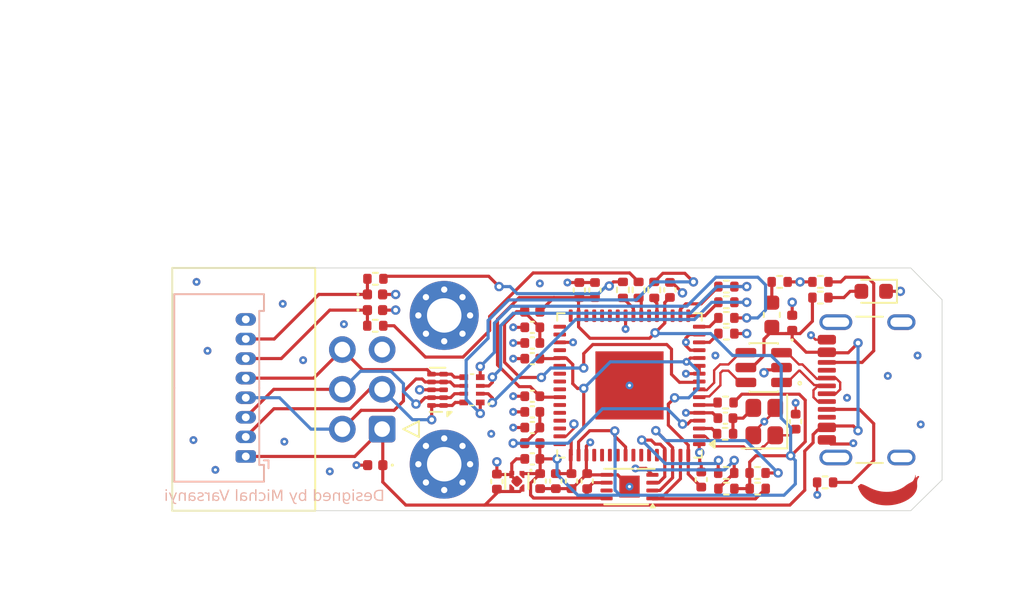
<source format=kicad_pcb>
(kicad_pcb (version 20241229) (generator "pcbnew") (generator_version "9.0")
  (title_block (title "VoxLink Programmer Board") (date "2025-12-23") (rev "1.0") (company "Czech Technical University in Prague"))
  (layers (0 "F.Cu" signal) (4 "In1.Cu" signal) (6 "In2.Cu" signal) (2 "B.Cu" signal) (13 "F.Paste" user) (15 "B.Paste" user) (5 "F.SilkS" user "F.Silkscreen") (7 "B.SilkS" user "B.Silkscreen") (1 "F.Mask" user) (3 "B.Mask" user) (25 "Edge.Cuts" user))
  (net 0 "")
  (net 1 "VBUS")
  (net 2 "GND")
  (net 3 "+3V3")
  (net 4 "+3V3_VPHY")
  (net 5 "+3V3_VPLL")
  (net 6 "/FTDI/OSC_IN")
  (net 7 "Net-(C206-Pad1)")
  (net 8 "+1V8")
  (net 9 "/Programming/FLASH_~{CS}_NOESD")
  (net 10 "/Programming/FLASH_MISO_NOESD")
  (net 11 "/Programming/FLASH_SCK_NOESD")
  (net 12 "/Programming/FLASH_MOSI_NOESD")
  (net 13 "/Programming/CD")
  (net 14 "/Programming/~{CR}")
  (net 16 "Net-(J103-CC2)")
  (net 17 "/Programming/USB_D-")
  (net 19 "/Programming/USB_D+")
  (net 24 "Net-(J103-CC1)")
  (net 25 "FLASH_SCK")
  (net 26 "FLASH_~{CS}")
  (net 27 "FLASH_MOSI")
  (net 28 "FLASH_MISO")
  (net 29 "CDONE")
  (net 30 "~{CRESET}")
  (net 31 "/FTDI/OSC_OUT")
  (net 32 "/FTDI/EEDATA")
  (net 33 "Net-(U202-DO)")
  (net 34 "/FTDI/EECS")
  (net 35 "/FTDI/EECLK")
  (net 36 "Net-(U201-~{RESET})")
  (net 37 "Net-(U201-REF)")
  (net 38 "Net-(U201-ADBUS0)")
  (net 39 "Net-(U201-ADBUS1)")
  (net 40 "Net-(U201-ADBUS2)")
  (net 41 "Net-(U201-ADBUS4)")
  (net 42 "Net-(U201-ADBUS6)")
  (net 43 "Net-(U201-ADBUS7)")
  (net 73 "FTDI_USB_D+")
  (net 74 "FTDI_USB_D-")
  (net 75 "Net-(C101-Pad2)")
  (net 76 "Net-(D105-A)")
  (footprint "Capacitor_SMD:C_0402_1005Metric" (layer "F.Cu") (at 152.62 99.9 180)
    (property "Reference" "C203" (hide yes))
    (property "Value" "4u7")
  )
  (footprint "Resistor_SMD:R_0402_1005Metric" (layer "F.Cu") (at 164.99 109.2 180)
    (property "Reference" "R202" (hide yes))
    (property "Value" "2k2")
  )
  (footprint "Resistor_SMD:R_0402_1005Metric" (layer "F.Cu") (at 164.92 106.7)
    (property "Reference" "R201" (hide yes))
    (property "Value" "22R")
  )
  (footprint "Capacitor_SMD:C_0402_1005Metric" (layer "F.Cu") (at 152.62 104.3 180)
    (property "Reference" "C208" (hide yes))
    (property "Value" "100n")
  )
  (footprint "Resistor_SMD:R_0402_1005Metric" (layer "F.Cu") (at 167 110.2 180)
    (property "Reference" "R203" (hide yes))
    (property "Value" "10k")
  )
  (footprint "Package_DFN_QFN:QFN-64-1EP_9x9mm_P0.5mm_EP4.35x4.35mm" (layer "F.Cu") (at 158.82 103.61 180)
    (property "Reference" "U201" (hide yes))
    (property "Value" "FT2232HQ")
  )
  (footprint "Resistor_SMD:R_0402_1005Metric" (layer "F.Cu") (at 159.4 97.51 90)
    (property "Reference" "R212" (hide yes))
    (property "Value" "R")
  )
  (footprint "Resistor_SMD:R_0402_1005Metric" (layer "F.Cu") (at 158.4 97.51 90)
    (property "Reference" "R213" (hide yes))
    (property "Value" "R")
  )
  (footprint "Diode_SMD:D_0402_1005Metric" (layer "F.Cu") (at 169.2 99.615 90)
    (property "Reference" "D104" (hide yes))
    (property "Value" "TVS")
  )
  (footprint "Crystal:Crystal_SMD_2520-4Pin_2.5x2.0mm" (layer "F.Cu") (at 167.42 105.92 90)
    (property "Reference" "Y201" (hide yes))
    (property "Value" "16MHz")
  )
  (footprint "Diode_SMD:D_0402_1005Metric" (layer "F.Cu") (at 142.6 108.7 180)
    (property "Reference" "D101" (hide yes))
    (property "Value" "TVS")
  )
  (footprint "Resistor_SMD:R_0402_1005Metric" (layer "F.Cu") (at 166.99 109.2 180)
    (property "Reference" "R204" (hide yes))
    (property "Value" "10k")
  )
  (footprint "Custom_VoxLink_Footprints:USON-10_2.5x1.0mm_P0.5mm__Reduced_Paste" (layer "F.Cu") (at 146.585 103.89 180)
    (property "Reference" "U1" (hide yes))
    (property "Value" "TPD4E02B04")
  )
  (footprint "Capacitor_SMD:C_0402_1005Metric" (layer "F.Cu") (at 152.62 101.9 180)
    (property "Reference" "C215" (hide yes))
    (property "Value" "100n")
  )
  (footprint "Capacitor_SMD:C_0402_1005Metric" (layer "F.Cu") (at 155.12 109.72 -90)
    (property "Reference" "C213" (hide yes))
    (property "Value" "100n")
  )
  (footprint "LOGO" (layer "F.Cu") (at 175.506653 109.843092 -35)
    (property "Reference" "G***" (hide yes))
    (property "Value" "LOGO" (hide yes))
  )
  (footprint "Resistor_SMD:R_0402_1005Metric" (layer "F.Cu") (at 142.61 96.8)
    (property "Reference" "R103" (hide yes))
    (property "Value" "22R")
  )
  (footprint "Capacitor_SMD:C_0402_1005Metric" (layer "F.Cu") (at 152.62 105.3 180)
    (property "Reference" "C202" (hide yes))
    (property "Value" "100n")
  )
  (footprint "Resistor_SMD:R_0402_1005Metric" (layer "F.Cu") (at 171 97)
    (property "Reference" "R105" (hide yes))
    (property "Value" "5k1")
  )
  (footprint "Resistor_SMD:R_0402_1005Metric" (layer "F.Cu") (at 171.3 109.8)
    (property "Reference" "R104" (hide yes))
    (property "Value" "5k1")
  )
  (footprint "Package_SON:Texas_X2SON-4_1x1mm_P0.65mm" (layer "F.Cu") (at 151.635 109.73 -90)
    (property "Reference" "U102" (hide yes))
    (property "Value" "TPS7A20L_3V3")
  )
  (footprint "Capacitor_SMD:C_0402_1005Metric" (layer "F.Cu") (at 150.36 109.75 90)
    (property "Reference" "C102" (hide yes))
    (property "Value" "100n")
  )
  (footprint "Package_DFN_QFN:TDFN-8-1EP_3x2mm_P0.5mm_EP1.3x1.4mm" (layer "F.Cu") (at 158.82 110.07 180)
    (property "Reference" "U202" (hide yes))
    (property "Value" "93LC56B")
  )
  (footprint "Custom_VoxLink_Footprints:EXBN8V101JX" (layer "F.Cu") (at 148.775 103.89 90)
    (property "Reference" "R101" (hide yes))
    (property "Value" "4x22R" (hide yes))
  )
  (footprint "Capacitor_SMD:C_0402_1005Metric" (layer "F.Cu") (at 153.12 109.72 -90)
    (property "Reference" "C211" (hide yes))
    (property "Value" "100n")
  )
  (footprint "Capacitor_SMD:C_0402_1005Metric" (layer "F.Cu") (at 169.42 105.92 90)
    (property "Reference" "C205" (hide yes))
    (property "Value" "10p")
  )
  (footprint "Capacitor_SMD:C_0402_1005Metric" (layer "F.Cu") (at 154.12 109.72 -90)
    (property "Reference" "C12" (hide yes))
    (property "Value" "4u7")
  )
  (footprint "Capacitor_SMD:C_0402_1005Metric" (layer "F.Cu") (at 152.62 108.3 180)
    (property "Reference" "C103" (hide yes))
    (property "Value" "1u")
  )
  (footprint "Resistor_SMD:R_0402_1005Metric" (layer "F.Cu") (at 165 99.3)
    (property "Reference" "R208" (hide yes))
    (property "Value" "0R")
  )
  (footprint "Capacitor_SMD:C_0402_1005Metric" (layer "F.Cu") (at 152.62 100.9 180)
    (property "Reference" "C204" (hide yes))
    (property "Value" "100n")
  )
  (footprint "LED_SMD:LED_0603_1608Metric" (layer "F.Cu") (at 174.4 97.6 180)
    (property "Reference" "D105" (hide yes))
    (property "Value" "LED")
  )
  (footprint "Resistor_SMD:R_0402_1005Metric" (layer "F.Cu") (at 168.4 97 180)
    (property "Reference" "R106" (hide yes))
    (property "Value" "1R")
  )
  (footprint "MountingHole:MountingHole_2.2mm_M2_Pad_Via" (layer "F.Cu") (at 147 99.14)
    (property "Reference" "H101" (hide yes))
    (property "Value" "M2")
  )
  (footprint "Capacitor_SMD:C_0402_1005Metric" (layer "F.Cu") (at 156.62 97.52 90)
    (property "Reference" "C207" (hide yes))
    (property "Value" "4u7")
  )
  (footprint "Package_TO_SOT_SMD:SOT-23-6" (layer "F.Cu") (at 167.3825 102.47 180)
    (property "Reference" "U103" (hide yes))
    (property "Value" "USBLC6-2SC6")
  )
  (footprint "Connector_IDC:IDC-Header_2x03_P2.54mm_Horizontal" (layer "F.Cu") (at 143.04 106.4 180)
    (property "Reference" "J101" (hide yes))
    (property "Value" "IDC Connector")
  )
  (footprint "Capacitor_SMD:C_0402_1005Metric" (layer "F.Cu") (at 156.12 109.72 90)
    (property "Reference" "C216" (hide yes))
    (property "Value" "100n")
  )
  (footprint "Resistor_SMD:R_0402_1005Metric" (layer "F.Cu") (at 164.95 104.7 180)
    (property "Reference" "R207" (hide yes))
    (property "Value" "1k")
  )
  (footprint "Capacitor_SMD:C_0603_1608Metric" (layer "F.Cu") (at 167.9 99.1 90)
    (property "Reference" "C101" (hide yes))
    (property "Value" "2u2")
  )
  (footprint "Resistor_SMD:R_0402_1005Metric" (layer "F.Cu") (at 165 97.3)
    (property "Reference" "R210" (hide yes))
    (property "Value" "R")
  )
  (footprint "Inductor_SMD:L_0402_1005Metric" (layer "F.Cu") (at 152.62 98.9)
    (property "Reference" "FB202" (hide yes))
    (property "Value" "600R")
  )
  (footprint "Capacitor_SMD:C_0402_1005Metric" (layer "F.Cu") (at 163.4 109.62 90)
    (property "Reference" "C214" (hide yes))
    (property "Value" "100n")
  )
  (footprint "Capacitor_SMD:C_0402_1005Metric" (layer "F.Cu") (at 161.4 97.51 90)
    (property "Reference" "C210" (hide yes))
    (property "Value" "100n")
  )
  (footprint "Resistor_SMD:R_0402_1005Metric" (layer "F.Cu") (at 142.6 99.8)
    (property "Reference" "R102" (hide yes))
    (property "Value" "22R")
  )
  (footprint "Resistor_SMD:R_0402_1005Metric" (layer "F.Cu") (at 165 110.2)
    (property "Reference" "R205" (hide yes))
    (property "Value" "10k")
  )
  (footprint "Inductor_SMD:L_0402_1005Metric" (layer "F.Cu") (at 152.62 107.3)
    (property "Reference" "FB201" (hide yes))
    (property "Value" "600R")
  )
  (footprint "Capacitor_SMD:C_0402_1005Metric" (layer "F.Cu") (at 164.94 105.7 180)
    (property "Reference" "C206" (hide yes))
    (property "Value" "10p")
  )
  (footprint "Resistor_SMD:R_0402_1005Metric" (layer "F.Cu") (at 165 100.3 180)
    (property "Reference" "R206" (hide yes))
    (property "Value" "12k")
  )
  (footprint "MountingHole:MountingHole_2.2mm_M2_Pad_Via" (layer "F.Cu") (at 147 108.64)
    (property "Reference" "H102" (hide yes))
    (property "Value" "M2")
  )
  (footprint "Diode_SMD:D_0402_1005Metric" (layer "F.Cu") (at 142.585 98.8)
    (property "Reference" "D103" (hide yes))
    (property "Value" "TVS")
  )
  (footprint "Connector_USB:USB_C_Receptacle_GCT_USB4105-xx-A_16P_TopMnt_Horizontal" (layer "F.Cu") (at 175.09 103.89 90)
    (property "Reference" "J103" (hide yes))
    (property "Value" "USB_C_USB2.0")
  )
  (footprint "Resistor_SMD:R_0402_1005Metric" (layer "F.Cu") (at 165 98.3)
    (property "Reference" "R209" (hide yes))
    (property "Value" "R")
  )
  (footprint "Capacitor_SMD:C_0402_1005Metric" (layer "F.Cu") (at 152.62 106.3 180)
    (property "Reference" "C201" (hide yes))
    (property "Value" "4u7")
  )
  (footprint "Capacitor_SMD:C_0402_1005Metric" (layer "F.Cu") (at 155.62 97.52 90)
    (property "Reference" "C209" (hide yes))
    (property "Value" "100n")
  )
  (footprint "Resistor_SMD:R_0402_1005Metric" (layer "F.Cu") (at 171 98 180)
    (property "Reference" "R107" (hide yes))
    (property "Value" "1k")
  )
  (footprint "Diode_SMD:D_0402_1005Metric" (layer "F.Cu") (at 142.585 97.8)
    (property "Reference" "D102" (hide yes))
    (property "Value" "TVS")
  )
  (footprint "Resistor_SMD:R_0402_1005Metric" (layer "F.Cu") (at 160.4 97.51 90)
    (property "Reference" "R211" (hide yes))
    (property "Value" "R")
  )
  (footprint "Connector_Molex:Molex_PicoBlade_53048-0810_1x08_P1.25mm_Horizontal" (layer "B.Cu") (at 134.34 108.145 90)
    (property "Reference" "J102" (hide yes))
    (property "Value" "PicoBlade")
  )
  (gr_line (start 129.65 96.11) (end 176.765 96.11) (stroke (width 0.05)) (layer "Edge.Cuts"))
  (gr_line (start 129.65 111.61) (end 129.65 96.11) (stroke (width 0.05)) (layer "Edge.Cuts"))
  (gr_line (start 129.65 111.61) (end 176.765 111.61) (stroke (width 0.05)) (layer "Edge.Cuts"))
  (gr_line (start 178.765 98.14) (end 178.765 109.64) (stroke (width 0.05)) (layer "Edge.Cuts"))
  (gr_line (start 178.765 98.14) (end 176.765 96.11) (stroke (width 0.05)) (layer "Edge.Cuts"))
  (gr_line (start 178.765 109.64) (end 176.765 111.61) (stroke (width 0.05)) (layer "Edge.Cuts"))
  (gr_text "Designed by Michal Varsanyi" (at 143.2 111.1 0) (layer "B.SilkS") (effects (font (size 0.7 0.7) (thickness 0.0875)) (justify left bottom mirror)))
  (segment (start 167.4 101.7) (end 166.63 102.47) (width 0.2) (layer "F.Cu") (net 1))
  (segment (start 171.41 101.49) (end 171.446 101.526) (width 0.2) (layer "F.Cu") (net 1))
  (segment (start 170.811 106.489) (end 170.794032 106.489) (width 0.2) (layer "F.Cu") (net 1))
  (segment (start 168.8 100.3) (end 169.7 100.3) (width 0.2) (layer "F.Cu") (net 1))
  (segment (start 143.08 106.44) (end 143.04 106.4) (width 0.2) (layer "F.Cu") (net 1))
  (segment (start 167.75 100.3) (end 167.4 100.65) (width 0.2) (layer "F.Cu") (net 1))
  (segment (start 149.595 111.25) (end 150.36 110.485) (width 0.2) (layer "F.Cu") (net 1))
  (segment (start 151.816901 110.383901) (end 152.000401 110.200401) (width 0.2) (layer "F.Cu") (net 1))
  (segment (start 169.2 100.6) (end 169.2 100.1) (width 0.2) (layer "F.Cu") (net 1))
  (segment (start 171.41 101.49) (end 170.09 101.49) (width 0.2) (layer "F.Cu") (net 1))
  (segment (start 172.774 101.526) (end 173.4 100.9) (width 0.2) (layer "F.Cu") (net 1))
  (segment (start 170.49 99.51) (end 170.49 98) (width 0.2) (layer "F.Cu") (net 1))
  (segment (start 171.446 101.526) (end 172.774 101.526) (width 0.2) (layer "F.Cu") (net 1))
  (segment (start 141.295 108.145) (end 143.04 106.4) (width 0.2) (layer "F.Cu") (net 1))
  (segment (start 150.36 110.23) (end 150.513901 110.383901) (width 0.2) (layer "F.Cu") (net 1))
  (segment (start 171.5 106.2) (end 171.41 106.29) (width 0.2) (layer "F.Cu") (net 1))
  (segment (start 169.05 111.25) (end 144.55 111.25) (width 0.2) (layer "F.Cu") (net 1))
  (segment (start 171.41 106.29) (end 171.01 106.29) (width 0.2) (layer "F.Cu") (net 1))
  (segment (start 170.794032 106.489) (end 170.534 106.749032) (width 0.2) (layer "F.Cu") (net 1))
  (segment (start 170 107.8) (end 170 110.3) (width 0.2) (layer "F.Cu") (net 1))
  (segment (start 173.1 106.2) (end 171.5 106.2) (width 0.2) (layer "F.Cu") (net 1))
  (segment (start 169.7 100.3) (end 170.49 99.51) (width 0.2) (layer "F.Cu") (net 1))
  (segment (start 143.08 109.78) (end 143.08 106.44) (width 0.2) (layer "F.Cu") (net 1))
  (segment (start 170.09 101.49) (end 169.2 100.6) (width 0.2) (layer "F.Cu") (net 1))
  (segment (start 166.63 102.47) (end 166.245 102.47) (width 0.2) (layer "F.Cu") (net 1))
  (segment (start 149.5 111.25) (end 149.595 111.25) (width 0.2) (layer "F.Cu") (net 1))
  (segment (start 144.55 111.25) (end 143.08 109.78) (width 0.2) (layer "F.Cu") (net 1))
  (segment (start 134.34 108.145) (end 141.295 108.145) (width 0.2) (layer "F.Cu") (net 1))
  (segment (start 171.01 106.29) (end 170.811 106.489) (width 0.2) (layer "F.Cu") (net 1))
  (segment (start 150.513901 110.383901) (end 151.816901 110.383901) (width 0.2) (layer "F.Cu") (net 1))
  (segment (start 150.36 110.485) (end 150.36 110.23) (width 0.2) (layer "F.Cu") (net 1))
  (segment (start 167.4 100.65) (end 167.4 101.7) (width 0.2) (layer "F.Cu") (net 1))
  (segment (start 173.4 106.5) (end 173.1 106.2) (width 0.2) (layer "F.Cu") (net 1))
  (segment (start 170 110.3) (end 169.05 111.25) (width 0.2) (layer "F.Cu") (net 1))
  (segment (start 170.534 107.266) (end 170 107.8) (width 0.2) (layer "F.Cu") (net 1))
  (segment (start 170.534 106.749032) (end 170.534 107.266) (width 0.2) (layer "F.Cu") (net 1))
  (segment (start 168.8 100.3) (end 167.75 100.3) (width 0.2) (layer "F.Cu") (net 1))
  (via (at 173.4 100.9) (size 0.6) (drill 0.3) (layers "F.Cu" "B.Cu") (net 1))
  (via (at 173.4 106.5) (size 0.6) (drill 0.3) (layers "F.Cu" "B.Cu") (net 1))
  (segment (start 173.4 106.5) (end 173.4 100.9) (width 0.2) (layer "B.Cu") (net 1))
  (segment (start 152.14 99.9) (end 151.4 99.9) (width 0.2) (layer "F.Cu") (net 2))
  (segment (start 151.31 108.59) (end 151.31 109.3) (width 0.2) (layer "F.Cu") (net 2))
  (segment (start 152.14 105.3) (end 151.4 105.3) (width 0.2) (layer "F.Cu") (net 2))
  (segment (start 162.4 101.057846) (end 162.702154 101.36) (width 0.2) (layer "F.Cu") (net 2))
  (segment (start 169.2 99.13) (end 169.2 98.3) (width 0.2) (layer "F.Cu") (net 2))
  (segment (start 156.2 109.32) (end 156.12 109.24) (width 0.2) (layer "F.Cu") (net 2))
  (segment (start 163.27 107.37) (end 163.27 107.36) (width 0.2) (layer "F.Cu") (net 2))
  (segment (start 171.41 100.69) (end 170.69 100.69) (width 0.15) (layer "F.Cu") (net 2))
  (segment (start 152.14 104.3) (end 151.4 104.3) (width 0.2) (layer "F.Cu") (net 2))
  (segment (start 155.275735 106.354264) (end 154.769999 106.86) (width 0.15) (layer "F.Cu") (net 2))
  (segment (start 170.79 110.59) (end 170.8 110.6) (width 0.15) (layer "F.Cu") (net 2))
  (segment (start 173.1 107.3) (end 173.05 107.35) (width 0.2) (layer "F.Cu") (net 2))
  (segment (start 163.27 107.87) (end 163.3 107.9) (width 0.2) (layer "F.Cu") (net 2))
  (segment (start 173.05 107.35) (end 171.67 107.35) (width 0.2) (layer "F.Cu") (net 2))
  (segment (start 155.16 110.2) (end 156.12 109.24) (width 0.2) (layer "F.Cu") (net 2))
  (segment (start 162.64 100.36) (end 162.42 100.58) (width 0.2) (layer "F.Cu") (net 2))
  (segment (start 146.2 103.89) (end 145.43 103.89) (width 0.2) (layer "F.Cu") (net 2))
  (segment (start 163.27 100.36) (end 162.64 100.36) (width 0.2) (layer "F.Cu") (net 2))
  (segment (start 155.62 97.04) (end 154.86 97.04) (width 0.2) (layer "F.Cu") (net 2))
  (segment (start 156.07 108.06) (end 156.07 107.49303) (width 0.2) (layer "F.Cu") (net 2))
  (segment (start 165.51 100.3) (end 166.3 100.3) (width 0.2) (layer "F.Cu") (net 2))
  (segment (start 156.12 109.24) (end 156.12 109.22) (width 0.2) (layer "F.Cu") (net 2))
  (segment (start 155.12 110.2) (end 155.16 110.2) (width 0.2) (layer "F.Cu") (net 2))
  (segment (start 157.3575 109.32) (end 156.2 109.32) (width 0.2) (layer "F.Cu") (net 2))
  (segment (start 167.42 105.92) (end 166.82 106.52) (width 0.15) (layer "F.Cu") (net 2))
  (segment (start 154.769999 106.86) (end 154.37 106.86) (width 0.15) (layer "F.Cu") (net 2))
  (segment (start 163.27 105.36) (end 162.42 105.36) (width 0.2) (layer "F.Cu") (net 2))
  (segment (start 163.27 102.36) (end 163.27 102.86) (width 0.2) (layer "F.Cu") (net 2))
  (segment (start 170.79 109.8) (end 170.79 110.59) (width 0.15) (layer "F.Cu") (net 2))
  (segment (start 143.07 98.8) (end 143.9 98.8) (width 0.2) (layer "F.Cu") (net 2))
  (segment (start 163.3 107.9) (end 163.3 108.5) (width 0.2) (layer "F.Cu") (net 2))
  (segment (start 150.36 109.27) (end 150.36 108.49) (width 0.2) (layer "F.Cu") (net 2))
  (segment (start 168.12 105.045) (end 168.12 105.22) (width 0.15) (layer "F.Cu") (net 2))
  (segment (start 142.115 108.7) (end 141.4 108.7) (width 0.2) (layer "F.Cu") (net 2))
  (segment (start 162.42 100.58) (end 162.42 100.850178) (width 0.2) (layer "F.Cu") (net 2))
  (segment (start 162.42 100.850178) (end 162.4 100.870178) (width 0.2) (layer "F.Cu") (net 2))
  (segment (start 157.3575 109.32) (end 158.07 109.32) (width 0.2) (layer "F.Cu") (net 2))
  (segment (start 164.12 105.36) (end 164.46 105.7) (width 0.2) (layer "F.Cu") (net 2))
  (segment (start 163.27 102.86) (end 162.42 102.86) (width 0.2) (layer "F.Cu") (net 2))
  (segment (start 156.62 97.04) (end 155.62 97.04) (width 0.2) (layer "F.Cu") (net 2))
  (segment (start 161.4 97.03) (end 161.53 97.03) (width 0.2) (layer "F.Cu") (net 2))
  (segment (start 158.07 109.32) (end 158.82 110.07) (width 0.2) (layer "F.Cu") (net 2))
  (segment (start 169.42 105.44) (end 169.42 104.72) (width 0.15) (layer "F.Cu") (net 2))
  (segment (start 168.12 105.22) (end 167.42 105.92) (width 0.15) (layer "F.Cu") (net 2))
  (segment (start 151.31 109.405) (end 151.635 109.73) (width 0.2) (layer "F.Cu") (net 2))
  (segment (start 153.12 110.2) (end 155.12 110.2) (width 0.2) (layer "F.Cu") (net 2))
  (segment (start 152.14 108.3) (end 151.6 108.3) (width 0.2) (layer "F.Cu") (net 2))
  (segment (start 163.3 108.5) (end 163.4 108.6) (width 0.2) (layer "F.Cu") (net 2))
  (segment (start 163.27 105.36) (end 164.12 105.36) (width 0.2) (layer "F.Cu") (net 2))
  (segment (start 162.4 100.870178) (end 162.4 101.057846) (width 0.2) (layer "F.Cu") (net 2))
  (segment (start 175.1875 97.6) (end 176.1 97.6) (width 0.2) (layer "F.Cu") (net 2))
  (segment (start 158.57 99.16) (end 158.57 100.01) (width 0.2) (layer "F.Cu") (net 2))
  (segment (start 171.67 107.35) (end 171.41 107.09) (width 0.2) (layer "F.Cu") (net 2))
  (segment (start 156.07 109.19) (end 156.12 109.24) (width 0.2) (layer "F.Cu") (net 2))
  (segment (start 150.36 109.3) (end 151.31 109.3) (width 0.2) (layer "F.Cu") (net 2))
  (segment (start 154.37 100.86) (end 155.22 100.86) (width 0.2) (layer "F.Cu") (net 2))
  (segment (start 170.69 100.69) (end 170.4 100.4) (width 0.15) (layer "F.Cu") (net 2))
  (segment (start 152.14 100.9) (end 151.4 100.9) (width 0.2) (layer "F.Cu") (net 2))
  (segment (start 168.37326 102.61674) (end 168.52 102.47) (width 0.2) (layer "F.Cu") (net 2))
  (segment (start 151.6 108.3) (end 151.31 108.59) (width 0.2) (layer "F.Cu") (net 2))
  (segment (start 152.14 101.9) (end 151.4 101.9) (width 0.2) (layer "F.Cu") (net 2))
  (segment (start 161.53 97.03) (end 162.2 97.7) (width 0.2) (layer "F.Cu") (net 2))
  (segment (start 152.14 106.3) (end 151.4 106.3) (width 0.2) (layer "F.Cu") (net 2))
  (segment (start 162.702154 101.36) (end 163.27 101.36) (width 0.2) (layer "F.Cu") (net 2))
  (segment (start 156.07 107.49303) (end 156.318029 107.245001) (width 0.2) (layer "F.Cu") (net 2))
  (segment (start 143.07 97.8) (end 143.9 97.8) (width 0.2) (layer "F.Cu") (net 2))
  (segment (start 151.31 109.3) (end 151.31 109.405) (width 0.2) (layer "F.Cu") (net 2))
  (segment (start 146.2 103.89) (end 146.97 103.89) (width 0.2) (layer "F.Cu") (net 2))
  (segment (start 155.275735 106.075735) (end 155.275735 106.354264) (width 0.15) (layer "F.Cu") (net 2))
  (segment (start 156.07 108.06) (end 156.07 109.19) (width 0.2) (layer "F.Cu") (net 2))
  (segment (start 170.49 97) (end 169.7 97) (width 0.2) (layer "F.Cu") (net 2))
  (segment (start 167.58326 102.61674) (end 168.37326 102.61674) (width 0.2) (layer "F.Cu") (net 2))
  (segment (start 168.91 97) (end 169.7 97) (width 0.2) (layer "F.Cu") (net 2))
  (segment (start 163.27 107.36) (end 163.27 107.87) (width 0.2) (layer "F.Cu") (net 2))
  (segment (start 163.4 108.6) (end 163.4 109.14) (width 0.2) (layer "F.Cu") (net 2))
  (segment (start 167.4 102.8) (end 167.58326 102.61674) (width 0.2) (layer "F.Cu") (net 2))
  (via (at 139.7 109.1) (size 0.5) (drill 0.2) (layers "F.Cu" "B.Cu") (net 2))
  (via (at 162.2 97.7) (size 0.6) (drill 0.3) (layers "F.Cu" "B.Cu") (net 2))
  (via (at 169.7 97) (size 0.6) (drill 0.3) (layers "F.Cu" "B.Cu") (net 2))
  (via (at 172.7 104.4) (size 0.5) (drill 0.2) (layers "F.Cu" "B.Cu") (net 2))
  (via (at 143.9 98.8) (size 0.6) (drill 0.3) (layers "F.Cu" "B.Cu") (net 2))
  (via (at 166.3 100.3) (size 0.6) (drill 0.3) (layers "F.Cu" "B.Cu") (net 2))
  (via (at 158.82 103.61) (size 0.5) (drill 0.2) (layers "F.Cu" "B.Cu") (net 2))
  (via (at 150.36 108.49) (size 0.6) (drill 0.3) (layers "F.Cu" "B.Cu") (net 2))
  (via (at 136.7 98.4) (size 0.5) (drill 0.2) (layers "F.Cu" "B.Cu") (net 2))
  (via (at 176.1 97.6) (size 0.6) (drill 0.3) (layers "F.Cu" "B.Cu") (net 2))
  (via (at 169.2 98.3) (size 0.6) (drill 0.3) (layers "F.Cu" "B.Cu") (net 2))
  (via (at 163.3 107.9) (size 0.6) (drill 0.3) (layers "F.Cu" "B.Cu") (net 2))
  (via (at 175.3 103) (size 0.5) (drill 0.2) (layers "F.Cu" "B.Cu") (net 2))
  (via (at 132.4 109) (size 0.5) (drill 0.2) (layers "F.Cu" "B.Cu") (net 2))
  (via (at 140.6 99.7) (size 0.5) (drill 0.2) (layers "F.Cu" "B.Cu") (net 2))
  (via (at 151.4 99.9) (size 0.5) (drill 0.2) (layers "F.Cu" "B.Cu") (net 2))
  (via (at 150 106.7) (size 0.5) (drill 0.2) (layers "F.Cu" "B.Cu") (net 2))
  (via (at 131.9 101.4) (size 0.5) (drill 0.2) (layers "F.Cu" "B.Cu") (net 2))
  (via (at 155.22 100.86) (size 0.5) (drill 0.2) (layers "F.Cu" "B.Cu") (net 2))
  (via (at 169.42 104.72) (size 0.5) (drill 0.2) (layers "F.Cu" "B.Cu") (net 2))
  (via (at 162.42 105.36) (size 0.5) (drill 0.2) (layers "F.Cu" "B.Cu") (net 2))
  (via (at 153.1 97.1) (size 0.5) (drill 0.2) (layers "F.Cu" "B.Cu") (net 2))
  (via (at 177.2 101.7) (size 0.5) (drill 0.2) (layers "F.Cu" "B.Cu") (net 2))
  (via (at 151.4 101.9) (size 0.5) (drill 0.2) (layers "F.Cu" "B.Cu") (net 2))
  (via (at 154.86 97.04) (size 0.5) (drill 0.2) (layers "F.Cu" "B.Cu") (net 2))
  (via (at 162.42 100.850178) (size 0.5) (drill 0.2) (layers "F.Cu" "B.Cu") (net 2))
  (via (at 167.4 102.8) (size 0.6) (drill 0.3) (layers "F.Cu" "B.Cu") (net 2))
  (via (at 170.4 100.4) (size 0.5) (drill 0.2) (layers "F.Cu" "B.Cu") (net 2))
  (via (at 143.9 97.8) (size 0.6) (drill 0.3) (layers "F.Cu" "B.Cu") (net 2))
  (via (at 151.4 100.9) (size 0.5) (drill 0.2) (layers "F.Cu" "B.Cu") (net 2))
  (via (at 138 102) (size 0.5) (drill 0.2) (layers "F.Cu" "B.Cu") (net 2))
  (via (at 131.2 97) (size 0.5) (drill 0.2) (layers "F.Cu" "B.Cu") (net 2))
  (via (at 158.57 100.01) (size 0.5) (drill 0.2) (layers "F.Cu" "B.Cu") (net 2))
  (via (at 164.3 101.7) (size 0.5) (drill 0.2) (layers "F.Cu" "B.Cu") (net 2))
  (via (at 162.42 102.86) (size 0.5) (drill 0.2) (layers "F.Cu" "B.Cu") (net 2))
  (via (at 131 107.1) (size 0.5) (drill 0.2) (layers "F.Cu" "B.Cu") (net 2))
  (via (at 170.8 110.6) (size 0.5) (drill 0.2) (layers "F.Cu" "B.Cu") (net 2))
  (via (at 141.4 108.7) (size 0.5) (drill 0.2) (layers "F.Cu" "B.Cu") (net 2))
  (via (at 151.4 104.3) (size 0.5) (drill 0.2) (layers "F.Cu" "B.Cu") (net 2))
  (via (at 173.1 107.3) (size 0.5) (drill 0.2) (layers "F.Cu" "B.Cu") (net 2))
  (via (at 167.42 105.92) (size 0.5) (drill 0.2) (layers "F.Cu" "B.Cu") (net 2))
  (via (at 136.8 107.2) (size 0.5) (drill 0.2) (layers "F.Cu" "B.Cu") (net 2))
  (via (at 177.4 106.1) (size 0.5) (drill 0.2) (layers "F.Cu" "B.Cu") (net 2))
  (via (at 151.4 105.3) (size 0.5) (drill 0.2) (layers "F.Cu" "B.Cu") (net 2))
  (via (at 156.318029 107.245001) (size 0.5) (drill 0.2) (layers "F.Cu" "B.Cu") (net 2))
  (via (at 145.43 103.89) (size 0.6) (drill 0.3) (layers "F.Cu" "B.Cu") (net 2))
  (via (at 158.82 110.07) (size 0.5) (drill 0.2) (layers "F.Cu" "B.Cu") (net 2))
  (via (at 155.275735 106.075735) (size 0.6) (drill 0.3) (layers "F.Cu" "B.Cu") (net 2))
  (via (at 151.4 106.3) (size 0.5) (drill 0.2) (layers "F.Cu" "B.Cu") (net 2))
  (segment (start 153.12 108.32) (end 153.1 108.3) (width 0.2) (layer "F.Cu") (net 3))
  (segment (start 157.88 106.85) (end 157.88 106.52) (width 0.2) (layer "F.Cu") (net 3))
  (segment (start 158.57 107.54) (end 157.88 106.85) (width 0.2) (layer "F.Cu") (net 3))
  (segment (start 156.12 110.2) (end 156.5 109.82) (width 0.2) (layer "F.Cu") (net 3))
  (segment (start 155.57 108.06) (end 155.57 107.213798) (width 0.2) (layer "F.Cu") (net 3))
  (segment (start 152.02 109.24) (end 152.000401 109.259599) (width 0.2) (layer "F.Cu") (net 3))
  (segment (start 156.12 110.48) (end 155.8 110.8) (width 0.2) (layer "F.Cu") (net 3))
  (segment (start 169.1 108.1) (end 169.1329 108.1) (width 0.2) (layer "F.Cu") (net 3))
  (segment (start 166.49 110.2) (end 166.49 108.5) (width 0.2) (layer "F.Cu") (net 3))
  (segment (start 152.509 110.609) (end 152.7 110.8) (width 0.2) (layer "F.Cu") (net 3))
  (segment (start 170.031 107.2019) (end 170.031 104.551768) (width 0.2) (layer "F.Cu") (net 3))
  (segment (start 161.07 99.16) (end 161.07 98.32) (width 0.2) (layer "F.Cu") (net 3))
  (segment (start 154.37 104.36) (end 153.16 104.36) (width 0.2) (layer "F.Cu") (net 3))
  (segment (start 156.5 109.82) (end 157.3575 109.82) (width 0.2) (layer "F.Cu") (net 3))
  (segment (start 153.16 104.36) (end 153.1 104.3) (width 0.2) (layer "F.Cu") (net 3))
  (segment (start 153.1 107.3) (end 153.1 108.3) (width 0.2) (layer "F.Cu") (net 3))
  (segment (start 153.12 109.24) (end 152.509 109.851) (width 0.2) (layer "F.Cu") (net 3))
  (segment (start 156.62 98) (end 155.62 98) (width 0.2) (layer "F.Cu") (net 3))
  (segment (start 151.789 103.689) (end 150.4 102.3) (width 0.2) (layer "F.Cu") (net 3))
  (segment (start 155.57 98.05) (end 155.62 98) (width 0.2) (layer "F.Cu") (net 3))
  (segment (start 153.12 109.24) (end 153.12 108.32) (width 0.2) (layer "F.Cu") (net 3))
  (segment (start 170.031 104.551768) (end 169.648232 104.169) (width 0.2) (layer "F.Cu") (net 3))
  (segment (start 161.07 99.16) (end 161.07 99.63) (width 0.2) (layer "F.Cu") (net 3))
  (segment (start 156.3 100.6) (end 155.57 99.87) (width 0.2) (layer "F.Cu") (net 3))
  (segment (start 153.1 104.3) (end 152.489 103.689) (width 0.2) (layer "F.Cu") (net 3))
  (segment (start 151.78355 98) (end 154 98) (width 0.2) (layer "F.Cu") (net 3))
  (segment (start 155.57 99.16) (end 155.57 98.05) (width 0.2) (layer "F.Cu") (net 3))
  (segment (start 156.12 110.2) (end 156.12 110.48) (width 0.2) (layer "F.Cu") (net 3))
  (segment (start 153.1 108.3) (end 154.2 108.3) (width 0.2) (layer "F.Cu") (net 3))
  (segment (start 161.07 98.32) (end 161.4 97.99) (width 0.2) (layer "F.Cu") (net 3))
  (segment (start 152.7 110.8) (end 155.8 110.8) (width 0.2) (layer "F.Cu") (net 3))
  (segment (start 166.89 108.1) (end 169.1 108.1) (width 0.2) (layer "F.Cu") (net 3))
  (segment (start 153.12 109.24) (end 152.02 109.24) (width 0.2) (layer "F.Cu") (net 3))
  (segment (start 161.07 99.63) (end 160.45 100.25) (width 0.2) (layer "F.Cu") (net 3))
  (segment (start 150.4 102.3) (end 150.4 99.38355) (width 0.2) (layer "F.Cu") (net 3))
  (segment (start 155.57 107.213798) (end 156.283798 106.5) (width 0.2) (layer "F.Cu") (net 3))
  (segment (start 155.57 99.87) (end 155.57 99.16) (width 0.2) (layer "F.Cu") (net 3))
  (segment (start 152.489 103.689) (end 151.789 103.689) (width 0.2) (layer "F.Cu") (net 3))
  (segment (start 160.45 100.25) (end 160.1 100.6) (width 0.2) (layer "F.Cu") (net 3))
  (segment (start 160.1 100.6) (end 156.3 100.6) (width 0.2) (layer "F.Cu") (net 3))
  (segment (start 169.1329 108.1) (end 170.031 107.2019) (width 0.2) (layer "F.Cu") (net 3))
  (segment (start 169.648232 104.169) (end 165.991 104.169) (width 0.2) (layer "F.Cu") (net 3))
  (segment (start 150.4 99.38355) (end 151.78355 98) (width 0.2) (layer "F.Cu") (net 3))
  (segment (start 156.283798 106.5) (end 157.86 106.5) (width 0.2) (layer "F.Cu") (net 3))
  (segment (start 165.51 110.2) (end 166.49 110.2) (width 0.2) (layer "F.Cu") (net 3))
  (segment (start 157.86 106.5) (end 157.88 106.52) (width 0.2) (layer "F.Cu") (net 3))
  (segment (start 166.49 108.5) (end 166.89 108.1) (width 0.2) (layer "F.Cu") (net 3))
  (segment (start 165.991 104.169) (end 165.46 104.7) (width 0.2) (layer "F.Cu") (net 3))
  (segment (start 155.8 110.8) (end 157.1 110.8) (width 0.2) (layer "F.Cu") (net 3))
  (segment (start 153.1 98.9) (end 154 98) (width 0.2) (layer "F.Cu") (net 3))
  (segment (start 158.57 108.06) (end 158.57 107.54) (width 0.2) (layer "F.Cu") (net 3))
  (segment (start 154 98) (end 155.62 98) (width 0.2) (layer "F.Cu") (net 3))
  (segment (start 152.509 109.851) (end 152.509 110.609) (width 0.2) (layer "F.Cu") (net 3))
  (via (at 169.1 108.1) (size 0.6) (drill 0.3) (layers "F.Cu" "B.Cu") (net 3))
  (via (at 160.45 100.25) (size 0.6) (drill 0.3) (layers "F.Cu" "B.Cu") (net 3))
  (via (at 154.2 108.3) (size 0.6) (drill 0.3) (layers "F.Cu" "B.Cu") (net 3))
  (via (at 157.88 106.52) (size 0.6) (drill 0.3) (layers "F.Cu" "B.Cu") (net 3))
  (segment (start 169.4 108.4) (end 169.1 108.1) (width 0.2) (layer "B.Cu") (net 3))
  (segment (start 158.221 110.621) (end 168.679 110.621) (width 0.2) (layer "B.Cu") (net 3))
  (segment (start 169.1 106.3) (end 168.5 105.7) (width 0.2) (layer "B.Cu") (net 3))
  (segment (start 157.9 106.54) (end 157.9 110.3) (width 0.2) (layer "B.Cu") (net 3))
  (segment (start 154.2 109.3) (end 154.2 108.3) (width 0.2) (layer "B.Cu") (net 3))
  (segment (start 155.521 110.621) (end 154.2 109.3) (width 0.2) (layer "B.Cu") (net 3))
  (segment (start 164 100.3) (end 160.5 100.3) (width 0.2) (layer "B.Cu") (net 3))
  (segment (start 157.9 110.3) (end 158.221 110.621) (width 0.2) (layer "B.Cu") (net 3))
  (segment (start 168.679 110.621) (end 169.4 109.9) (width 0.2) (layer "B.Cu") (net 3))
  (segment (start 160.5 100.3) (end 160.45 100.25) (width 0.2) (layer "B.Cu") (net 3))
  (segment (start 169.1 108.1) (end 169.1 106.3) (width 0.2) (layer "B.Cu") (net 3))
  (segment (start 157.88 106.52) (end 157.9 106.54) (width 0.2) (layer "B.Cu") (net 3))
  (segment (start 167.85 101.7) (end 165.4 101.7) (width 0.2) (layer "B.Cu") (net 3))
  (segment (start 168.5 105.7) (end 168.5 102.35) (width 0.2) (layer "B.Cu") (net 3))
  (segment (start 169.4 109.9) (end 169.4 108.4) (width 0.2) (layer "B.Cu") (net 3))
  (segment (start 165.4 101.7) (end 164 100.3) (width 0.2) (layer "B.Cu") (net 3))
  (segment (start 158.221 110.621) (end 155.521 110.621) (width 0.2) (layer "B.Cu") (net 3))
  (segment (start 168.5 102.35) (end 167.85 101.7) (width 0.2) (layer "B.Cu") (net 3))
  (segment (start 152.14 107.3) (end 151.4 107.3) (width 0.2) (layer "F.Cu") (net 4))
  (segment (start 162.20653 106.078979) (end 162.521021 106.078979) (width 0.2) (layer "F.Cu") (net 4))
  (segment (start 162.521021 106.078979) (end 162.74 105.86) (width 0.2) (layer "F.Cu") (net 4))
  (segment (start 153.1 106.3) (end 153.1 106.34) (width 0.2) (layer "F.Cu") (net 4))
  (segment (start 153.1 105.3) (end 153.1 106.3) (width 0.2) (layer "F.Cu") (net 4))
  (segment (start 162.74 105.86) (end 163.27 105.86) (width 0.2) (layer "F.Cu") (net 4))
  (segment (start 152.14 107.3) (end 152.14 107.34) (width 0.2) (layer "F.Cu") (net 4))
  (segment (start 153.1 106.34) (end 152.14 107.3) (width 0.2) (layer "F.Cu") (net 4))
  (via (at 151.4 107.3) (size 0.6) (drill 0.3) (layers "F.Cu" "B.Cu") (net 4))
  (via (at 162.20653 106.078979) (size 0.6) (drill 0.3) (layers "F.Cu" "B.Cu") (net 4))
  (segment (start 157.1 105.1) (end 154.9 107.3) (width 0.2) (layer "B.Cu") (net 4))
  (segment (start 154.9 107.3) (end 151.4 107.3) (width 0.2) (layer "B.Cu") (net 4))
  (segment (start 161.227551 105.1) (end 157.1 105.1) (width 0.2) (layer "B.Cu") (net 4))
  (segment (start 162.20653 106.078979) (end 161.227551 105.1) (width 0.2) (layer "B.Cu") (net 4))
  (segment (start 162.011 103.411) (end 163.219 103.411) (width 0.2) (layer "F.Cu") (net 5))
  (segment (start 151.820768 103.1) (end 150.849 102.128232) (width 0.2) (layer "F.Cu") (net 5))
  (segment (start 161.5 102.9) (end 162.011 103.411) (width 0.2) (layer "F.Cu") (net 5))
  (segment (start 156.478 101) (end 161.2 101) (width 0.2) (layer "F.Cu") (net 5))
  (segment (start 155.9 101.578) (end 156.478 101) (width 0.2) (layer "F.Cu") (net 5))
  (segment (start 161.5 101.3) (end 161.5 102.9) (width 0.2) (layer "F.Cu") (net 5))
  (segment (start 155.9 102.5) (end 155.9 101.578) (width 0.2) (layer "F.Cu") (net 5))
  (segment (start 152.14 98.94) (end 153.1 99.9) (width 0.2) (layer "F.Cu") (net 5))
  (segment (start 153.1 99.9) (end 153.1 100.9) (width 0.2) (layer "F.Cu") (net 5))
  (segment (start 163.219 103.411) (end 163.27 103.36) (width 0.2) (layer "F.Cu") (net 5))
  (segment (start 152.14 98.9) (end 152.14 98.94) (width 0.2) (layer "F.Cu") (net 5))
  (segment (start 151.620768 98.9) (end 152.14 98.9) (width 0.2) (layer "F.Cu") (net 5))
  (segment (start 150.849 102.128232) (end 150.849 99.671768) (width 0.2) (layer "F.Cu") (net 5))
  (segment (start 150.849 99.671768) (end 151.620768 98.9) (width 0.2) (layer "F.Cu") (net 5))
  (segment (start 161.2 101) (end 161.5 101.3) (width 0.2) (layer "F.Cu") (net 5))
  (segment (start 153.2 103.1) (end 151.820768 103.1) (width 0.2) (layer "F.Cu") (net 5))
  (via (at 153.2 103.1) (size 0.6) (drill 0.3) (layers "F.Cu" "B.Cu") (net 5))
  (via (at 155.9 102.5) (size 0.6) (drill 0.3) (layers "F.Cu" "B.Cu") (net 5))
  (segment (start 153.8 102.5) (end 153.2 103.1) (width 0.2) (layer "B.Cu") (net 5))
  (segment (start 155.9 102.5) (end 153.8 102.5) (width 0.2) (layer "B.Cu") (net 5))
  (segment (start 167.415 107.5) (end 167.340804 107.5) (width 0.15) (layer "F.Cu") (net 6))
  (segment (start 167.340804 107.5) (end 167.194804 107.646) (width 0.15) (layer "F.Cu") (net 6))
  (segment (start 167.194804 107.646) (end 166.245196 107.646) (width 0.15) (layer "F.Cu") (net 6))
  (segment (start 166.099196 107.5) (end 164.305016 107.5) (width 0.15) (layer "F.Cu") (net 6))
  (segment (start 169.025 106.795) (end 169.42 106.4) (width 0.15) (layer "F.Cu") (net 6))
  (segment (start 168.12 106.795) (end 167.415 107.5) (width 0.15) (layer "F.Cu") (net 6))
  (segment (start 166.245196 107.646) (end 166.099196 107.5) (width 0.15) (layer "F.Cu") (net 6))
  (segment (start 163.665016 106.86) (end 163.27 106.86) (width 0.15) (layer "F.Cu") (net 6))
  (segment (start 168.12 106.795) (end 169.025 106.795) (width 0.15) (layer "F.Cu") (net 6))
  (segment (start 164.305016 107.5) (end 163.665016 106.86) (width 0.15) (layer "F.Cu") (net 6))
  (segment (start 165.42 105.7) (end 166.065 105.7) (width 0.2) (layer "F.Cu") (net 7))
  (segment (start 165.42 105.7) (end 165.42 106.69) (width 0.2) (layer "F.Cu") (net 7))
  (segment (start 166.715 105.05) (end 166.72 105.045) (width 0.15) (layer "F.Cu") (net 7))
  (segment (start 165.42 106.69) (end 165.43 106.7) (width 0.2) (layer "F.Cu") (net 7))
  (segment (start 166.065 105.7) (end 166.72 105.045) (width 0.2) (layer "F.Cu") (net 7))
  (segment (start 155.9 106.3) (end 155.1 107.1) (width 0.2) (layer "F.Cu") (net 8))
  (segment (start 161.7 104.4) (end 161.3 104.8) (width 0.2) (layer "F.Cu") (net 8))
  (segment (start 161.3 106.149943) (end 162.57 107.419943) (width 0.2) (layer "F.Cu") (net 8))
  (segment (start 163.27 101.86) (end 162.700664 101.86) (width 0.2) (layer "F.Cu") (net 8))
  (segment (start 154.785798 101.86) (end 155.2 102.274202) (width 0.2) (layer "F.Cu") (net 8))
  (segment (start 154.37 101.86) (end 154.785798 101.86) (width 0.2) (layer "F.Cu") (net 8))
  (segment (start 155.1 107.1) (end 155.1 108.03) (width 0.2) (layer "F.Cu") (net 8))
  (segment (start 155.07 108.06) (end 155.07 109.19) (width 0.2) (layer "F.Cu") (net 8))
  (segment (start 155.5 103.8) (end 155.9 103.8) (width 0.2) (layer "F.Cu") (net 8))
  (segment (start 155.2 103.5) (end 155.5 103.8) (width 0.2) (layer "F.Cu") (net 8))
  (segment (start 162.57 108.06) (end 162.57 109.27) (width 0.2) (layer "F.Cu") (net 8))
  (segment (start 155.9 103.8) (end 155.9 106.3) (width 0.2) (layer "F.Cu") (net 8))
  (segment (start 155.2 102.274202) (end 155.2 103.5) (width 0.2) (layer "F.Cu") (net 8))
  (segment (start 155.07 109.19) (end 155.12 109.24) (width 0.2) (layer "F.Cu") (net 8))
  (segment (start 155.12 109.24) (end 154.12 109.24) (width 0.2) (layer "F.Cu") (net 8))
  (segment (start 162.57 109.27) (end 163.4 110.1) (width 0.2) (layer "F.Cu") (net 8))
  (segment (start 153.1 101.9) (end 154.33 101.9) (width 0.2) (layer "F.Cu") (net 8))
  (segment (start 154.33 101.9) (end 154.37 101.86) (width 0.2) (layer "F.Cu") (net 8))
  (segment (start 162.57 107.419943) (end 162.57 108.06) (width 0.2) (layer "F.Cu") (net 8))
  (segment (start 155.1 108.03) (end 155.07 108.06) (width 0.2) (layer "F.Cu") (net 8))
  (segment (start 161.3 104.8) (end 161.3 106.149943) (width 0.2) (layer "F.Cu") (net 8))
  (segment (start 162.700664 101.86) (end 162.456577 102.104087) (width 0.2) (layer "F.Cu") (net 8))
  (via (at 161.7 104.4) (size 0.6) (drill 0.3) (layers "F.Cu" "B.Cu") (net 8))
  (via (at 155.9 103.8) (size 0.6) (drill 0.3) (layers "F.Cu" "B.Cu") (net 8))
  (via (at 162.456577 102.104087) (size 0.5) (drill 0.2) (layers "F.Cu" "B.Cu") (net 8))
  (segment (start 163.2 103.8) (end 163.2 102.7) (width 0.2) (layer "B.Cu") (net 8))
  (segment (start 157.595913 102.104087) (end 162.456577 102.104087) (width 0.2) (layer "B.Cu") (net 8))
  (segment (start 162.604087 102.104087) (end 162.456577 102.104087) (width 0.2) (layer "B.Cu") (net 8))
  (segment (start 155.9 103.8) (end 157.595913 102.104087) (width 0.2) (layer "B.Cu") (net 8))
  (segment (start 163.2 102.7) (end 162.604087 102.104087) (width 0.2) (layer "B.Cu") (net 8))
  (segment (start 162.6 104.4) (end 163.2 103.8) (width 0.2) (layer "B.Cu") (net 8))
  (segment (start 161.7 104.4) (end 162.6 104.4) (width 0.2) (layer "B.Cu") (net 8))
  (segment (start 146.2 104.89) (end 146.97 104.89) (width 0.2) (layer "F.Cu") (net 9))
  (segment (start 141 105.1) (end 142.24 103.86) (width 0.2) (layer "F.Cu") (net 9))
  (segment (start 136.135 105.1) (end 141 105.1) (width 0.2) (layer "F.Cu") (net 9))
  (segment (start 147.703 104.697) (end 148.25 104.697) (width 0.2) (layer "F.Cu") (net 9))
  (segment (start 146.2 105.8) (end 146.2 104.89) (width 0.2) (layer "F.Cu") (net 9))
  (segment (start 134.34 106.895) (end 136.135 105.1) (width 0.2) (layer "F.Cu") (net 9))
  (segment (start 147.51 104.89) (end 147.703 104.697) (width 0.2) (layer "F.Cu") (net 9))
  (segment (start 142.24 103.86) (end 143.04 103.86) (width 0.2) (layer "F.Cu") (net 9))
  (segment (start 146.97 104.89) (end 147.51 104.89) (width 0.2) (layer "F.Cu") (net 9))
  (via (at 146.2 105.8) (size 0.6) (drill 0.3) (layers "F.Cu" "B.Cu") (net 9))
  (segment (start 146.2 105.8) (end 144.98 105.8) (width 0.2) (layer "B.Cu") (net 9))
  (segment (start 144.98 105.8) (end 143.04 103.86) (width 0.2) (layer "B.Cu") (net 9))
  (segment (start 146.2 103.39) (end 145.779943 103.39) (width 0.2) (layer "F.Cu") (net 10))
  (segment (start 141.7 105.2) (end 140.5 106.4) (width 0.2) (layer "F.Cu") (net 10))
  (segment (start 145.779943 103.39) (end 145.589943 103.2) (width 0.2) (layer "F.Cu") (net 10))
  (segment (start 143.8 105.2) (end 141.7 105.2) (width 0.2) (layer "F.Cu") (net 10))
  (segment (start 145.589943 103.2) (end 145.2 103.2) (width 0.2) (layer "F.Cu") (net 10))
  (segment (start 147.64 103.64) (end 148.25 103.64) (width 0.2) (layer "F.Cu") (net 10))
  (segment (start 147.39 103.39) (end 147.64 103.64) (width 0.2) (layer "F.Cu") (net 10))
  (segment (start 144.4 104) (end 144.4 104.6) (width 0.2) (layer "F.Cu") (net 10))
  (segment (start 146.97 103.39) (end 147.39 103.39) (width 0.2) (layer "F.Cu") (net 10))
  (segment (start 146.2 103.39) (end 146.97 103.39) (width 0.2) (layer "F.Cu") (net 10))
  (segment (start 145.2 103.2) (end 144.4 104) (width 0.2) (layer "F.Cu") (net 10))
  (segment (start 144.4 104.6) (end 143.8 105.2) (width 0.2) (layer "F.Cu") (net 10))
  (segment (start 134.34 104.395) (end 136.495 104.395) (width 0.2) (layer "B.Cu") (net 10))
  (segment (start 136.495 104.395) (end 138.5 106.4) (width 0.2) (layer "B.Cu") (net 10))
  (segment (start 138.5 106.4) (end 140.5 106.4) (width 0.2) (layer "B.Cu") (net 10))
  (segment (start 146.2 102.89) (end 145.91 102.6) (width 0.2) (layer "F.Cu") (net 11))
  (segment (start 138.675 103.145) (end 140.5 101.32) (width 0.2) (layer "F.Cu") (net 11))
  (segment (start 146.97 102.89) (end 147.4571 102.89) (width 0.2) (layer "F.Cu") (net 11))
  (segment (start 147.4571 102.89) (end 147.6501 103.083) (width 0.2) (layer "F.Cu") (net 11))
  (segment (start 147.6501 103.083) (end 148.25 103.083) (width 0.2) (layer "F.Cu") (net 11))
  (segment (start 146.2 102.89) (end 146.97 102.89) (width 0.2) (layer "F.Cu") (net 11))
  (segment (start 134.34 103.145) (end 138.675 103.145) (width 0.2) (layer "F.Cu") (net 11))
  (segment (start 141.78 102.6) (end 140.5 101.32) (width 0.2) (layer "F.Cu") (net 11))
  (segment (start 145.91 102.6) (end 141.78 102.6) (width 0.2) (layer "F.Cu") (net 11))
  (segment (start 147.66 104.14) (end 148.25 104.14) (width 0.2) (layer "F.Cu") (net 12))
  (segment (start 136.125 103.86) (end 140.5 103.86) (width 0.2) (layer "F.Cu") (net 12))
  (segment (start 146.2 104.39) (end 146.97 104.39) (width 0.2) (layer "F.Cu") (net 12))
  (segment (start 134.34 105.645) (end 136.125 103.86) (width 0.2) (layer "F.Cu") (net 12))
  (segment (start 146.2 104.39) (end 145.779943 104.39) (width 0.2) (layer "F.Cu") (net 12))
  (segment (start 145.369943 104.8) (end 145.2 104.8) (width 0.2) (layer "F.Cu") (net 12))
  (segment (start 147.41 104.39) (end 147.66 104.14) (width 0.2) (layer "F.Cu") (net 12))
  (segment (start 145.779943 104.39) (end 145.369943 104.8) (width 0.2) (layer "F.Cu") (net 12))
  (segment (start 146.97 104.39) (end 147.41 104.39) (width 0.2) (layer "F.Cu") (net 12))
  (via (at 145.2 104.8) (size 0.6) (drill 0.3) (layers "F.Cu" "B.Cu") (net 12))
  (segment (start 141.651 102.709) (end 140.5 103.86) (width 0.2) (layer "B.Cu") (net 12))
  (segment (start 144.4 103.5) (end 143.609 102.709) (width 0.2) (layer "B.Cu") (net 12))
  (segment (start 144.4 104) (end 144.4 103.5) (width 0.2) (layer "B.Cu") (net 12))
  (segment (start 143.609 102.709) (end 141.651 102.709) (width 0.2) (layer "B.Cu") (net 12))
  (segment (start 145.2 104.8) (end 144.4 104) (width 0.2) (layer "B.Cu") (net 12))
  (segment (start 139.7 98.8) (end 142.1 98.8) (width 0.2) (layer "F.Cu") (net 13))
  (segment (start 136.605 101.895) (end 139.7 98.8) (width 0.2) (layer "F.Cu") (net 13))
  (segment (start 134.34 101.895) (end 136.605 101.895) (width 0.2) (layer "F.Cu") (net 13))
  (segment (start 142.1 99.79) (end 142.09 99.8) (width 0.2) (layer "F.Cu") (net 13))
  (segment (start 142.1 98.8) (end 142.1 99.79) (width 0.2) (layer "F.Cu") (net 13))
  (segment (start 136.155 100.645) (end 139 97.8) (width 0.2) (layer "F.Cu") (net 14))
  (segment (start 139 97.8) (end 142.1 97.8) (width 0.2) (layer "F.Cu") (net 14))
  (segment (start 134.34 100.645) (end 136.155 100.645) (width 0.2) (layer "F.Cu") (net 14))
  (segment (start 142.1 96.8) (end 142.1 97.8) (width 0.2) (layer "F.Cu") (net 14))
  (segment (start 174.4 97.1) (end 174 96.7) (width 0.2) (layer "F.Cu") (net 16))
  (segment (start 174 96.7) (end 172.6 96.7) (width 0.2) (layer "F.Cu") (net 16))
  (segment (start 172.3 97) (end 171.51 97) (width 0.2) (layer "F.Cu") (net 16))
  (segment (start 173.66 102.14) (end 174.4 101.4) (width 0.2) (layer "F.Cu") (net 16))
  (segment (start 172.6 96.7) (end 172.3 97) (width 0.2) (layer "F.Cu") (net 16))
  (segment (start 171.41 102.14) (end 173.66 102.14) (width 0.2) (layer "F.Cu") (net 16))
  (segment (start 174.4 101.4) (end 174.4 97.1) (width 0.2) (layer "F.Cu") (net 16))
  (segment (start 170.559 104.363999) (end 170.835001 104.64) (width 0.15) (layer "F.Cu") (net 17))
  (segment (start 170.835001 104.64) (end 171.41 104.64) (width 0.15) (layer "F.Cu") (net 17))
  (segment (start 170.836532 103.64) (end 170.559 103.917532) (width 0.15) (layer "F.Cu") (net 17))
  (segment (start 171.41 103.64) (end 170.836532 103.64) (width 0.15) (layer "F.Cu") (net 17))
  (segment (start 169.687156 102.67) (end 169.6325 102.67) (width 0.15) (layer "F.Cu") (net 17))
  (segment (start 170.559 103.917532) (end 170.559 104.363999) (width 0.15) (layer "F.Cu") (net 17))
  (segment (start 171.41 103.64) (end 170.985 103.64) (width 0.15) (layer "F.Cu") (net 17))
  (segment (start 170.935 103.59) (end 170.607156 103.59) (width 0.15) (layer "F.Cu") (net 17))
  (segment (start 170.607156 103.59) (end 169.687156 102.67) (width 0.15) (layer "F.Cu") (net 17))
  (segment (start 170.985 103.64) (end 170.935 103.59) (width 0.15) (layer "F.Cu") (net 17))
  (segment (start 168.8825 103.42) (end 168.52 103.42) (width 0.15) (layer "F.Cu") (net 17))
  (segment (start 169.6325 102.67) (end 168.8825 103.42) (width 0.15) (layer "F.Cu") (net 17))
  (segment (start 169.6325 102.27) (end 168.8825 101.52) (width 0.15) (layer "F.Cu") (net 19))
  (segment (start 171.984999 104.14) (end 171.41 104.14) (width 0.15) (layer "F.Cu") (net 19))
  (segment (start 172.261 103.863999) (end 171.984999 104.14) (width 0.15) (layer "F.Cu") (net 19))
  (segment (start 169.852844 102.27) (end 169.6325 102.27) (width 0.15) (layer "F.Cu") (net 19))
  (segment (start 170.772844 103.19) (end 169.852844 102.27) (width 0.15) (layer "F.Cu") (net 19))
  (segment (start 168.8825 101.52) (end 168.52 101.52) (width 0.15) (layer "F.Cu") (net 19))
  (segment (start 171.41 103.14) (end 170.985 103.14) (width 0.15) (layer "F.Cu") (net 19))
  (segment (start 170.935 103.19) (end 170.772844 103.19) (width 0.15) (layer "F.Cu") (net 19))
  (segment (start 171.983468 103.14) (end 172.261 103.417532) (width 0.15) (layer "F.Cu") (net 19))
  (segment (start 172.261 103.417532) (end 172.261 103.863999) (width 0.15) (layer "F.Cu") (net 19))
  (segment (start 170.985 103.14) (end 170.935 103.19) (width 0.15) (layer "F.Cu") (net 19))
  (segment (start 171.41 103.14) (end 171.983468 103.14) (width 0.15) (layer "F.Cu") (net 19))
  (segment (start 171.81 109.8) (end 173 109.8) (width 0.2) (layer "F.Cu") (net 24))
  (segment (start 174.4 108.4) (end 174.4 106.05) (width 0.2) (layer "F.Cu") (net 24))
  (segment (start 174.4 106.05) (end 173.49 105.14) (width 0.2) (layer "F.Cu") (net 24))
  (segment (start 173.49 105.14) (end 171.41 105.14) (width 0.2) (layer "F.Cu") (net 24))
  (segment (start 173 109.8) (end 174.4 108.4) (width 0.2) (layer "F.Cu") (net 24))
  (segment (start 149.3 103.083) (end 149.3 102.4) (width 0.2) (layer "F.Cu") (net 25))
  (segment (start 165.51 99.3) (end 166.3 99.3) (width 0.2) (layer "F.Cu") (net 25))
  (via (at 166.3 99.3) (size 0.6) (drill 0.3) (layers "F.Cu" "B.Cu") (net 25))
  (via (at 149.3 102.4) (size 0.6) (drill 0.3) (layers "F.Cu" "B.Cu") (net 25))
  (segment (start 167.5 98.8) (end 167.5 97.19) (width 0.2) (layer "B.Cu") (net 25))
  (segment (start 151.2819 98.551) (end 150.199 99.6339) (width 0.2) (layer "B.Cu") (net 25))
  (segment (start 164.3339 96.699) (end 162.4819 98.551) (width 0.2) (layer "B.Cu") (net 25))
  (segment (start 150.199 99.6339) (end 150.199 101.501) (width 0.2) (layer "B.Cu") (net 25))
  (segment (start 167 99.3) (end 167.5 98.8) (width 0.2) (layer "B.Cu") (net 25))
  (segment (start 150.199 101.501) (end 149.3 102.4) (width 0.2) (layer "B.Cu") (net 25))
  (segment (start 166.3 99.3) (end 167 99.3) (width 0.2) (layer "B.Cu") (net 25))
  (segment (start 167.5 97.19) (end 167.009 96.699) (width 0.2) (layer "B.Cu") (net 25))
  (segment (start 162.4819 98.551) (end 151.2819 98.551) (width 0.2) (layer "B.Cu") (net 25))
  (segment (start 167.009 96.699) (end 164.3339 96.699) (width 0.2) (layer "B.Cu") (net 25))
  (segment (start 160.4 97) (end 160.951 96.449) (width 0.2) (layer "F.Cu") (net 26))
  (segment (start 149.3 104.697) (end 149.3 105.4) (width 0.2) (layer "F.Cu") (net 26))
  (segment (start 162.349 96.449) (end 162.9 97) (width 0.2) (layer "F.Cu") (net 26))
  (segment (start 160.951 96.449) (end 162.349 96.449) (width 0.2) (layer "F.Cu") (net 26))
  (via (at 162.9 97) (size 0.6) (drill 0.3) (layers "F.Cu" "B.Cu") (net 26))
  (via (at 149.3 105.4) (size 0.6) (drill 0.3) (layers "F.Cu" "B.Cu") (net 26))
  (segment (start 149.798 99.4678) (end 151.1158 98.15) (width 0.2) (layer "B.Cu") (net 26))
  (segment (start 160.4 97) (end 162.9 97) (width 0.2) (layer "B.Cu") (net 26))
  (segment (start 149.3 105.4) (end 148.4 104.5) (width 0.2) (layer "B.Cu") (net 26))
  (segment (start 148.4 102) (end 149.798 100.602) (width 0.2) (layer "B.Cu") (net 26))
  (segment (start 149.798 100.602) (end 149.798 99.4678) (width 0.2) (layer "B.Cu") (net 26))
  (segment (start 148.4 104.5) (end 148.4 102) (width 0.2) (layer "B.Cu") (net 26))
  (segment (start 151.1158 98.15) (end 159.25 98.15) (width 0.2) (layer "B.Cu") (net 26))
  (segment (start 159.25 98.15) (end 160.4 97) (width 0.2) (layer "B.Cu") (net 26))
  (segment (start 150.075002 104.412502) (end 150.075002 104.71) (width 0.2) (layer "F.Cu") (net 27))
  (segment (start 149.3 104.14) (end 149.8025 104.14) (width 0.2) (layer "F.Cu") (net 27))
  (segment (start 165.51 98.3) (end 166.3 98.3) (width 0.2) (layer "F.Cu") (net 27))
  (segment (start 149.8025 104.14) (end 150.075002 104.412502) (width 0.2) (layer "F.Cu") (net 27))
  (via (at 166.3 98.3) (size 0.6) (drill 0.3) (layers "F.Cu" "B.Cu") (net 27))
  (via (at 150.075002 104.71) (size 0.6) (drill 0.3) (layers "F.Cu" "B.Cu") (net 27))
  (segment (start 162.9661 99.401) (end 155.384002 99.401) (width 0.2) (layer "B.Cu") (net 27))
  (segment (start 164.0671 98.3) (end 162.9661 99.401) (width 0.2) (layer "B.Cu") (net 27))
  (segment (start 166.3 98.3) (end 164.0671 98.3) (width 0.2) (layer "B.Cu") (net 27))
  (segment (start 155.384002 99.401) (end 150.075002 104.71) (width 0.2) (layer "B.Cu") (net 27))
  (segment (start 165.51 97.3) (end 166.3 97.3) (width 0.2) (layer "F.Cu") (net 28))
  (segment (start 150.075002 103.412272) (end 149.847274 103.64) (width 0.2) (layer "F.Cu") (net 28))
  (segment (start 149.847274 103.64) (end 149.3 103.64) (width 0.2) (layer "F.Cu") (net 28))
  (segment (start 150.075002 103.08) (end 150.075002 103.412272) (width 0.2) (layer "F.Cu") (net 28))
  (via (at 166.3 97.3) (size 0.6) (drill 0.3) (layers "F.Cu" "B.Cu") (net 28))
  (via (at 150.075002 103.08) (size 0.6) (drill 0.3) (layers "F.Cu" "B.Cu") (net 28))
  (segment (start 150.6 99.8) (end 150.6 102.555002) (width 0.2) (layer "B.Cu") (net 28))
  (segment (start 162.7 99) (end 151.4 99) (width 0.2) (layer "B.Cu") (net 28))
  (segment (start 164.4 97.3) (end 162.7 99) (width 0.2) (layer "B.Cu") (net 28))
  (segment (start 150.6 102.555002) (end 150.075002 103.08) (width 0.2) (layer "B.Cu") (net 28))
  (segment (start 166.3 97.3) (end 164.4 97.3) (width 0.2) (layer "B.Cu") (net 28))
  (segment (start 151.4 99) (end 150.6 99.8) (width 0.2) (layer "B.Cu") (net 28))
  (segment (start 143.8 99.8) (end 143.11 99.8) (width 0.2) (layer "F.Cu") (net 29))
  (segment (start 149.9 100.1) (end 148.2 101.8) (width 0.2) (layer "F.Cu") (net 29))
  (segment (start 148.2 101.8) (end 145.8 101.8) (width 0.2) (layer "F.Cu") (net 29))
  (segment (start 149.9 99.2) (end 149.9 100.1) (width 0.2) (layer "F.Cu") (net 29))
  (segment (start 145.8 101.8) (end 143.8 99.8) (width 0.2) (layer "F.Cu") (net 29))
  (segment (start 158.829 96.429) (end 152.671 96.429) (width 0.2) (layer "F.Cu") (net 29))
  (segment (start 159.4 97) (end 158.829 96.429) (width 0.2) (layer "F.Cu") (net 29))
  (segment (start 152.671 96.429) (end 149.9 99.2) (width 0.2) (layer "F.Cu") (net 29))
  (segment (start 157.79165 97) (end 157.527088 97.264562) (width 0.2) (layer "F.Cu") (net 30))
  (segment (start 143.281 96.639) (end 143.12 96.8) (width 0.2) (layer "F.Cu") (net 30))
  (segment (start 158.4 97) (end 157.79165 97) (width 0.2) (layer "F.Cu") (net 30))
  (segment (start 150.5 97.3) (end 149.839 96.639) (width 0.2) (layer "F.Cu") (net 30))
  (segment (start 149.839 96.639) (end 143.281 96.639) (width 0.2) (layer "F.Cu") (net 30))
  (via (at 150.5 97.3) (size 0.6) (drill 0.3) (layers "F.Cu" "B.Cu") (net 30))
  (via (at 157.527088 97.264562) (size 0.6) (drill 0.3) (layers "F.Cu" "B.Cu") (net 30))
  (segment (start 151.2 97.3) (end 151.649 97.749) (width 0.2) (layer "B.Cu") (net 30))
  (segment (start 151.649 97.749) (end 156.851768 97.749) (width 0.2) (layer "B.Cu") (net 30))
  (segment (start 156.851768 97.749) (end 157.336206 97.264562) (width 0.2) (layer "B.Cu") (net 30))
  (segment (start 150.5 97.3) (end 151.2 97.3) (width 0.2) (layer "B.Cu") (net 30))
  (segment (start 157.336206 97.264562) (end 157.527088 97.264562) (width 0.2) (layer "B.Cu") (net 30))
  (segment (start 164.41 106.7) (end 164.07 106.36) (width 0.2) (layer "F.Cu") (net 31))
  (segment (start 164.07 106.36) (end 163.27 106.36) (width 0.2) (layer "F.Cu") (net 31))
  (segment (start 160.2 107.1) (end 160.459 107.359) (width 0.2) (layer "F.Cu") (net 32))
  (segment (start 164.48 108.42) (end 164.5 108.4) (width 0.2) (layer "F.Cu") (net 32))
  (segment (start 164.49 109.21) (end 164.48 109.2) (width 0.2) (layer "F.Cu") (net 32))
  (segment (start 160.784798 107.359) (end 161.07 107.644202) (width 0.2) (layer "F.Cu") (net 32))
  (segment (start 161.07 107.644202) (end 161.07 108.06) (width 0.2) (layer "F.Cu") (net 32))
  (segment (start 164.48 109.2) (end 164.48 108.42) (width 0.2) (layer "F.Cu") (net 32))
  (segment (start 159.6 107.1) (end 160.2 107.1) (width 0.2) (layer "F.Cu") (net 32))
  (segment (start 161.07 109.435798) (end 161.07 108.06) (width 0.2) (layer "F.Cu") (net 32))
  (segment (start 160.459 107.359) (end 160.784798 107.359) (width 0.2) (layer "F.Cu") (net 32))
  (segment (start 160.685798 109.82) (end 161.07 109.435798) (width 0.2) (layer "F.Cu") (net 32))
  (segment (start 160.2825 109.82) (end 160.685798 109.82) (width 0.2) (layer "F.Cu") (net 32))
  (via (at 159.6 107.1) (size 0.6) (drill 0.3) (layers "F.Cu" "B.Cu") (net 32))
  (via (at 164.5 108.4) (size 0.6) (drill 0.3) (layers "F.Cu" "B.Cu") (net 32))
  (segment (start 161.1 108.6) (end 164.3 108.6) (width 0.2) (layer "B.Cu") (net 32))
  (segment (start 164.3 108.6) (end 164.5 108.4) (width 0.2) (layer "B.Cu") (net 32))
  (segment (start 159.6 107.1) (end 161.1 108.6) (width 0.2) (layer "B.Cu") (net 32))
  (segment (start 165.5 109.2) (end 165.5 108.4) (width 0.2) (layer "F.Cu") (net 33))
  (segment (start 159.2 108.91) (end 159.8725 108.91) (width 0.2) (layer "F.Cu") (net 33))
  (segment (start 165.49 109.2) (end 164.49 110.2) (width 0.2) (layer "F.Cu") (net 33))
  (segment (start 159.8725 108.91) (end 160.2825 109.32) (width 0.2) (layer "F.Cu") (net 33))
  (segment (start 165.5 109.2) (end 165.49 109.2) (width 0.2) (layer "F.Cu") (net 33))
  (via (at 165.5 108.4) (size 0.6) (drill 0.3) (layers "F.Cu" "B.Cu") (net 33))
  (via (at 159.2 108.91) (size 0.5) (drill 0.2) (layers "F.Cu" "B.Cu") (net 33))
  (segment (start 164.899 109.001) (end 165.5 108.4) (width 0.2) (layer "B.Cu") (net 33))
  (segment (start 159.291 109.001) (end 164.899 109.001) (width 0.2) (layer "B.Cu") (net 33))
  (segment (start 159.2 108.91) (end 159.291 109.001) (width 0.2) (layer "B.Cu") (net 33))
  (segment (start 160.819998 110.82) (end 162.07 109.569998) (width 0.2) (layer "F.Cu") (net 34))
  (segment (start 162.07 109.569998) (end 162.07 108.06) (width 0.2) (layer "F.Cu") (net 34))
  (segment (start 160.3115 110.849) (end 166.861 110.849) (width 0.2) (layer "F.Cu") (net 34))
  (segment (start 160.2825 110.82) (end 160.3115 110.849) (width 0.2) (layer "F.Cu") (net 34))
  (segment (start 160.2825 110.82) (end 160.819998 110.82) (width 0.2) (layer "F.Cu") (net 34))
  (segment (start 166.861 110.849) (end 167.51 110.2) (width 0.2) (layer "F.Cu") (net 34))
  (segment (start 160.752898 110.32) (end 161.57 109.502898) (width 0.2) (layer "F.Cu") (net 35))
  (segment (start 161.57 109.502898) (end 161.57 108.06) (width 0.2) (layer "F.Cu") (net 35))
  (segment (start 160.950898 106.958) (end 161.57 107.577102) (width 0.2) (layer "F.Cu") (net 35))
  (segment (start 161.57 107.577102) (end 161.57 108.06) (width 0.2) (layer "F.Cu") (net 35))
  (segment (start 160.5 106.5) (end 160.950898 106.950898) (width 0.2) (layer "F.Cu") (net 35))
  (segment (start 160.950898 106.950898) (end 160.950898 106.958) (width 0.2) (layer "F.Cu") (net 35))
  (segment (start 167.5 109.2) (end 168.3 109.2) (width 0.2) (layer "F.Cu") (net 35))
  (segment (start 160.2825 110.32) (end 160.752898 110.32) (width 0.2) (layer "F.Cu") (net 35))
  (via (at 168.3 109.2) (size 0.6) (drill 0.3) (layers "F.Cu" "B.Cu") (net 35))
  (via (at 160.5 106.5) (size 0.6) (drill 0.3) (layers "F.Cu" "B.Cu") (net 35))
  (segment (start 160.5 106.5) (end 161.1339 107.1339) (width 0.2) (layer "B.Cu") (net 35))
  (segment (start 161.1339 107.1339) (end 166.2339 107.1339) (width 0.2) (layer "B.Cu") (net 35))
  (segment (start 166.2339 107.1339) (end 168.3 109.2) (width 0.2) (layer "B.Cu") (net 35))
  (segment (start 163.93 100.86) (end 163.27 100.86) (width 0.2) (layer "F.Cu") (net 36))
  (segment (start 164.49 100.3) (end 163.93 100.86) (width 0.2) (layer "F.Cu") (net 36))
  (segment (start 163.27 104.86) (end 164.28 104.86) (width 0.2) (layer "F.Cu") (net 37))
  (segment (start 164.28 104.86) (end 164.44 104.7) (width 0.2) (layer "F.Cu") (net 37))
  (segment (start 163.27 99.86) (end 163.93 99.86) (width 0.2) (layer "F.Cu") (net 38))
  (segment (start 163.93 99.86) (end 164.49 99.3) (width 0.2) (layer "F.Cu") (net 38))
  (segment (start 162.57 99.16) (end 163.63 99.16) (width 0.2) (layer "F.Cu") (net 39))
  (segment (start 163.63 99.16) (end 164.49 98.3) (width 0.2) (layer "F.Cu") (net 39))
  (segment (start 164.49 97.3) (end 163.39 98.4) (width 0.2) (layer "F.Cu") (net 40))
  (segment (start 162.07 98.744202) (end 162.07 99.16) (width 0.2) (layer "F.Cu") (net 40))
  (segment (start 162.414202 98.4) (end 162.07 98.744202) (width 0.2) (layer "F.Cu") (net 40))
  (segment (start 163.39 98.4) (end 162.414202 98.4) (width 0.2) (layer "F.Cu") (net 40))
  (segment (start 160.57 99.16) (end 160.57 98.37) (width 0.2) (layer "F.Cu") (net 41))
  (segment (start 160.4 98.2) (end 160.4 98.02) (width 0.2) (layer "F.Cu") (net 41))
  (segment (start 160.57 98.37) (end 160.4 98.2) (width 0.2) (layer "F.Cu") (net 41))
  (segment (start 159.57 99.16) (end 159.57 98.19) (width 0.2) (layer "F.Cu") (net 42))
  (segment (start 159.57 98.19) (end 159.4 98.02) (width 0.2) (layer "F.Cu") (net 42))
  (segment (start 159.07 98.69) (end 158.4 98.02) (width 0.2) (layer "F.Cu") (net 43))
  (segment (start 159.07 99.16) (end 159.07 98.69) (width 0.2) (layer "F.Cu") (net 43))
  (segment (start 164.22 102.647334) (end 164.597334 102.27) (width 0.15) (layer "F.Cu") (net 73))
  (segment (start 164.597334 102.27) (end 165.1325 102.27) (width 0.15) (layer "F.Cu") (net 73))
  (segment (start 163.747156 103.91) (end 164.22 103.437156) (width 0.15) (layer "F.Cu") (net 73))
  (segment (start 165.1325 102.27) (end 165.8825 101.52) (width 0.15) (layer "F.Cu") (net 73))
  (segment (start 163.27 103.86) (end 163.545 103.86) (width 0.15) (layer "F.Cu") (net 73))
  (segment (start 165.8825 101.52) (end 166.245 101.52) (width 0.15) (layer "F.Cu") (net 73))
  (segment (start 163.545 103.86) (end 163.595 103.91) (width 0.15) (layer "F.Cu") (net 73))
  (segment (start 163.595 103.91) (end 163.747156 103.91) (width 0.15) (layer "F.Cu") (net 73))
  (segment (start 164.22 103.437156) (end 164.22 102.647334) (width 0.15) (layer "F.Cu") (net 73))
  (segment (start 164.62 103.602844) (end 164.62 102.813022) (width 0.15) (layer "F.Cu") (net 74))
  (segment (start 165.8825 103.42) (end 166.245 103.42) (width 0.15) (layer "F.Cu") (net 74))
  (segment (start 164.62 102.813022) (end 164.763022 102.67) (width 0.15) (layer "F.Cu") (net 74))
  (segment (start 163.912844 104.31) (end 164.62 103.602844) (width 0.15) (layer "F.Cu") (net 74))
  (segment (start 163.545 104.36) (end 163.595 104.31) (width 0.15) (layer "F.Cu") (net 74))
  (segment (start 163.27 104.36) (end 163.545 104.36) (width 0.15) (layer "F.Cu") (net 74))
  (segment (start 163.595 104.31) (end 163.912844 104.31) (width 0.15) (layer "F.Cu") (net 74))
  (segment (start 164.763022 102.67) (end 165.1325 102.67) (width 0.15) (layer "F.Cu") (net 74))
  (segment (start 165.1325 102.67) (end 165.8825 103.42) (width 0.15) (layer "F.Cu") (net 74))
  (segment (start 167.9 97.01) (end 167.89 97) (width 0.2) (layer "F.Cu") (net 75))
  (segment (start 167.9 98.325) (end 167.9 97.01) (width 0.2) (layer "F.Cu") (net 75))
  (segment (start 172.5 98) (end 171.51 98) (width 0.2) (layer "F.Cu") (net 76))
  (segment (start 173.6125 97.6) (end 172.9 97.6) (width 0.2) (layer "F.Cu") (net 76))
  (segment (start 172.9 97.6) (end 172.5 98) (width 0.2) (layer "F.Cu") (net 76))
)
</source>
